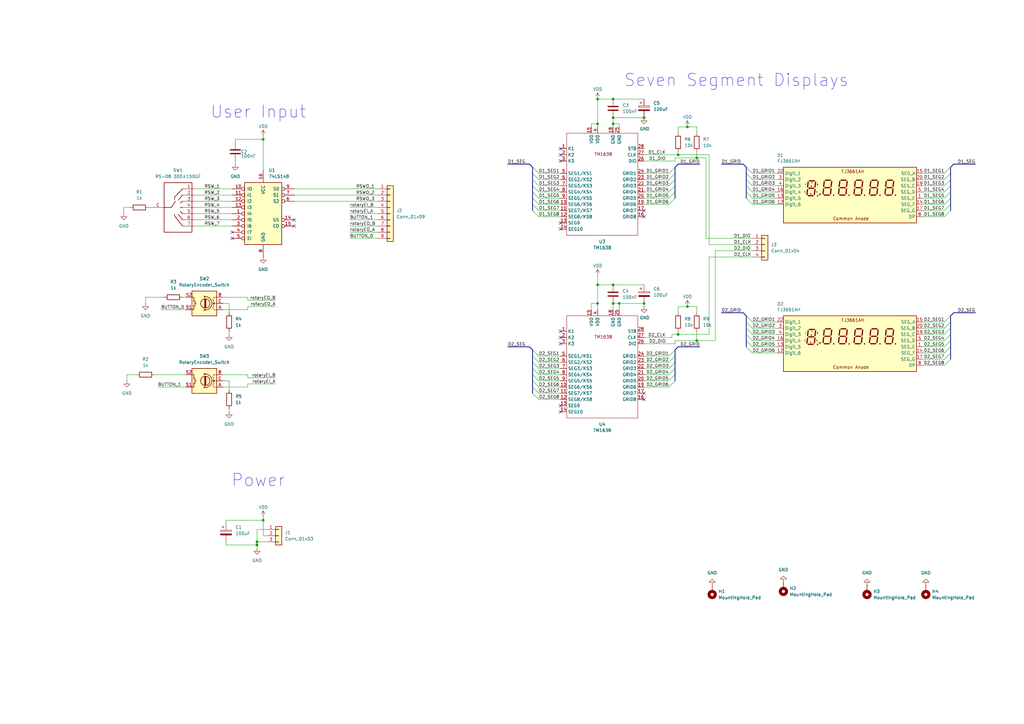
<source format=kicad_sch>
(kicad_sch (version 20231120) (generator "eeschema") (generator_version "8.0")
  (paper "A3")
  (title_block (title "Main Radio Panel") (date "2024-12-03") (rev "1") (company "Hunter Inc") (comment 1 "J. DUIGNAN"))
  (lib_symbols
    (symbol "74xx:74LS148" (pin_names (offset 1.016))
      (property "Reference" "U" (at -7.62 13.97 0))
      (property "Value" "74LS148" (at -7.62 -13.97 0))
      (symbol "74LS148_1_0"
        (pin input inverted (at -12.7 0 0) (length 5.08) (name "I4") (number "1"))
        (pin input inverted (at -12.7 10.16 0) (length 5.08) (name "IO") (number "10"))
        (pin input inverted (at -12.7 7.62 0) (length 5.08) (name "I1") (number "11"))
        (pin input inverted (at -12.7 5.08 0) (length 5.08) (name "I2") (number "12"))
        (pin input inverted (at -12.7 2.54 0) (length 5.08) (name "I3") (number "13"))
        (pin output inverted (at 12.7 -2.54 180) (length 5.08) (name "GS") (number "14"))
        (pin output inverted (at 12.7 -5.08 180) (length 5.08) (name "EO") (number "15"))
        (pin power_in line (at 0 17.78 270) (length 5.08) (name "VCC") (number "16"))
        (pin input inverted (at -12.7 -2.54 0) (length 5.08) (name "I5") (number "2"))
        (pin input inverted (at -12.7 -5.08 0) (length 5.08) (name "I6") (number "3"))
        (pin input inverted (at -12.7 -7.62 0) (length 5.08) (name "I7") (number "4"))
        (pin input inverted (at -12.7 -10.16 0) (length 5.08) (name "EI") (number "5"))
        (pin output inverted (at 12.7 5.08 180) (length 5.08) (name "S2") (number "6"))
        (pin output inverted (at 12.7 7.62 180) (length 5.08) (name "S1") (number "7"))
        (pin power_in line (at 0 -17.78 90) (length 5.08) (name "GND") (number "8"))
        (pin output inverted (at 12.7 10.16 180) (length 5.08) (name "S0") (number "9"))
      )
    )
    (symbol "Connector_Generic:Conn_01x03" (pin_names (offset 1.016) hide)
      (property "Reference" "J" (at 0 5.08 0))
      (property "Value" "Conn_01x03" (at 0 -5.08 0))
      (symbol "Conn_01x03_1_1"
        (pin passive line (at -5.08 2.54 0) (length 3.81) (name "Pin_1") (number "1"))
        (pin passive line (at -5.08 0 0) (length 3.81) (name "Pin_2") (number "2"))
        (pin passive line (at -5.08 -2.54 0) (length 3.81) (name "Pin_3") (number "3"))
      )
    )
    (symbol "Connector_Generic:Conn_01x04" (pin_names (offset 1.016) hide)
      (property "Reference" "J" (at 0 5.08 0))
      (property "Value" "Conn_01x04" (at 0 -7.62 0))
      (symbol "Conn_01x04_1_1"
        (pin passive line (at -5.08 2.54 0) (length 3.81) (name "Pin_1") (number "1"))
        (pin passive line (at -5.08 0 0) (length 3.81) (name "Pin_2") (number "2"))
        (pin passive line (at -5.08 -2.54 0) (length 3.81) (name "Pin_3") (number "3"))
        (pin passive line (at -5.08 -5.08 0) (length 3.81) (name "Pin_4") (number "4"))
      )
    )
    (symbol "Connector_Generic:Conn_01x09" (pin_names (offset 1.016) hide)
      (property "Reference" "J" (at 0 12.7 0))
      (property "Value" "Conn_01x09" (at 0 -12.7 0))
      (symbol "Conn_01x09_1_1"
        (pin passive line (at -5.08 10.16 0) (length 3.81) (name "Pin_1") (number "1"))
        (pin passive line (at -5.08 7.62 0) (length 3.81) (name "Pin_2") (number "2"))
        (pin passive line (at -5.08 5.08 0) (length 3.81) (name "Pin_3") (number "3"))
        (pin passive line (at -5.08 2.54 0) (length 3.81) (name "Pin_4") (number "4"))
        (pin passive line (at -5.08 0 0) (length 3.81) (name "Pin_5") (number "5"))
        (pin passive line (at -5.08 -2.54 0) (length 3.81) (name "Pin_6") (number "6"))
        (pin passive line (at -5.08 -5.08 0) (length 3.81) (name "Pin_7") (number "7"))
        (pin passive line (at -5.08 -7.62 0) (length 3.81) (name "Pin_8") (number "8"))
        (pin passive line (at -5.08 -10.16 0) (length 3.81) (name "Pin_9") (number "9"))
      )
    )
    (symbol "Device:C" (pin_numbers hide) (pin_names (offset 0.254))
      (property "Reference" "C" (at 0.635 2.54 0))
      (property "Value" "C" (at 0.635 -2.54 0))
      (symbol "C_1_1"
        (pin passive line (at 0 3.81 270) (length 2.794) (name "~") (number "1"))
        (pin passive line (at 0 -3.81 90) (length 2.794) (name "~") (number "2"))
      )
    )
    (symbol "Device:C_Polarized" (pin_numbers hide) (pin_names (offset 0.254))
      (property "Reference" "C" (at 0.635 2.54 0))
      (property "Value" "C_Polarized" (at 0.635 -2.54 0))
      (symbol "C_Polarized_1_1"
        (pin passive line (at 0 3.81 270) (length 2.794) (name "~") (number "1"))
        (pin passive line (at 0 -3.81 90) (length 2.794) (name "~") (number "2"))
      )
    )
    (symbol "Device:R" (pin_numbers hide) (pin_names (offset 0))
      (property "Reference" "R" (at 2.032 0 90))
      (property "Value" "R" (at 0 0 90))
      (symbol "R_1_1"
        (pin passive line (at 0 3.81 270) (length 1.27) (name "~") (number "1"))
        (pin passive line (at 0 -3.81 90) (length 1.27) (name "~") (number "2"))
      )
    )
    (symbol "Device:RotaryEncoder_Switch" (pin_names (offset 0.254) hide)
      (property "Reference" "SW" (at 0 6.604 0))
      (property "Value" "RotaryEncoder_Switch" (at 0 -6.604 0))
      (symbol "RotaryEncoder_Switch_1_1"
        (pin passive line (at -7.62 2.54 0) (length 2.54) (name "A") (number "A"))
        (pin passive line (at -7.62 -2.54 0) (length 2.54) (name "B") (number "B"))
        (pin passive line (at -7.62 0 0) (length 2.54) (name "C") (number "C"))
        (pin passive line (at 7.62 2.54 180) (length 2.54) (name "S1") (number "S1"))
        (pin passive line (at 7.62 -2.54 180) (length 2.54) (name "S2") (number "S2"))
      )
    )
    (symbol "FJ3661AH_1"
      (property "Reference" "D" (at 0 2.286 0))
      (property "Value" "FJ3661AH" (at 4.064 0 0))
      (symbol "FJ3661AH_1_1_0"
        (text "A" (at 11.684 -8.89 0) (effects (font (size 0.508 0.508))))
        (text "B" (at 13.97 -9.652 0) (effects (font (size 0.508 0.508))))
        (text "C" (at 13.716 -12.7 0) (effects (font (size 0.508 0.508))))
        (text "Common Anode" (at 27.686 -23.622 0) (effects (font (size 1.27 1.27))))
        (text "D" (at 11.176 -13.462 0) (effects (font (size 0.508 0.508))))
        (text "DP" (at 14.986 -13.716 0) (effects (font (size 0.508 0.508))))
        (text "E" (at 8.89 -12.7 0) (effects (font (size 0.508 0.508))))
        (text "F" (at 9.144 -9.652 0) (effects (font (size 0.508 0.508))))
        (text "FJ3661AH" (at 28.448 -4.318 0) (effects (font (size 1.27 1.27))))
        (text "G" (at 11.43 -10.414 0) (effects (font (size 0.508 0.508))))
      )
      (symbol "FJ3661AH_1_1_1"
        (pin input line (at 57.15 -15.24 180) (length 2.54) (name "SEG_E") (number "1"))
        (pin output line (at -2.54 -17.78 0) (length 2.54) (name "Digit_6") (number "12"))
        (pin output line (at -2.54 -15.24 0) (length 2.54) (name "Digit_5") (number "13"))
        (pin input line (at 57.15 -17.78 180) (length 2.54) (name "SEG_F") (number "14"))
        (pin input line (at 57.15 -5.08 180) (length 2.54) (name "SEG_A") (number "15"))
        (pin output line (at -2.54 -12.7 0) (length 2.54) (name "Digit_4") (number "16"))
        (pin input line (at 57.15 -20.32 180) (length 2.54) (name "SEG_G") (number "17"))
        (pin input line (at 57.15 -10.16 180) (length 2.54) (name "SEG_C") (number "19"))
        (pin input line (at 57.15 -7.62 180) (length 2.54) (name "SEG_B") (number "20"))
        (pin output line (at -2.54 -5.08 0) (length 2.54) (name "Digit_1") (number "22"))
        (pin output line (at -2.54 -7.62 0) (length 2.54) (name "Digit_2") (number "3"))
        (pin output line (at -2.54 -10.16 0) (length 2.54) (name "Digit_3") (number "4"))
        (pin input line (at 57.15 -12.7 180) (length 2.54) (name "SEG_D") (number "5"))
        (pin input line (at 57.15 -22.86 180) (length 2.54) (name "DP") (number "8"))
      )
    )
    (symbol "Mechanical:MountingHole_Pad" (pin_numbers hide) (pin_names (offset 1.016) hide) (exclude_from_sim yes) (in_bom no)
      (property "Reference" "H" (at 0 6.35 0))
      (property "Value" "MountingHole_Pad" (at 0 4.445 0))
      (symbol "MountingHole_Pad_1_1"
        (pin input line (at 0 -2.54 90) (length 2.54) (name "1") (number "1"))
      )
    )
    (symbol "Radio_Components:FJ3661AH"
      (property "Reference" "D" (at 0 2.286 0))
      (property "Value" "FJ3661AH" (at 4.064 0 0))
      (symbol "FJ3661AH_1_0"
        (text "A" (at 11.684 -8.89 0) (effects (font (size 0.508 0.508))))
        (text "B" (at 13.97 -9.652 0) (effects (font (size 0.508 0.508))))
        (text "C" (at 13.716 -12.7 0) (effects (font (size 0.508 0.508))))
        (text "Common Anode" (at 27.686 -23.622 0) (effects (font (size 1.27 1.27))))
        (text "D" (at 11.176 -13.462 0) (effects (font (size 0.508 0.508))))
        (text "DP" (at 14.986 -13.716 0) (effects (font (size 0.508 0.508))))
        (text "E" (at 8.89 -12.7 0) (effects (font (size 0.508 0.508))))
        (text "F" (at 9.144 -9.652 0) (effects (font (size 0.508 0.508))))
        (text "FJ3661AH" (at 28.448 -4.318 0) (effects (font (size 1.27 1.27))))
        (text "G" (at 11.43 -10.414 0) (effects (font (size 0.508 0.508))))
      )
      (symbol "FJ3661AH_1_1"
        (pin input line (at 57.15 -15.24 180) (length 2.54) (name "SEG_E") (number "1"))
        (pin output line (at -2.54 -17.78 0) (length 2.54) (name "Digit_6") (number "12"))
        (pin output line (at -2.54 -15.24 0) (length 2.54) (name "Digit_5") (number "13"))
        (pin input line (at 57.15 -17.78 180) (length 2.54) (name "SEG_F") (number "14"))
        (pin input line (at 57.15 -5.08 180) (length 2.54) (name "SEG_A") (number "15"))
        (pin output line (at -2.54 -12.7 0) (length 2.54) (name "Digit_4") (number "16"))
        (pin input line (at 57.15 -20.32 180) (length 2.54) (name "SEG_G") (number "17"))
        (pin input line (at 57.15 -10.16 180) (length 2.54) (name "SEG_C") (number "19"))
        (pin input line (at 57.15 -7.62 180) (length 2.54) (name "SEG_B") (number "20"))
        (pin output line (at -2.54 -5.08 0) (length 2.54) (name "Digit_1") (number "22"))
        (pin output line (at -2.54 -7.62 0) (length 2.54) (name "Digit_2") (number "3"))
        (pin output line (at -2.54 -10.16 0) (length 2.54) (name "Digit_3") (number "4"))
        (pin input line (at 57.15 -12.7 180) (length 2.54) (name "SEG_D") (number "5"))
        (pin input line (at 57.15 -22.86 180) (length 2.54) (name "DP") (number "8"))
      )
    )
    (symbol "Radio_Components:RS-08 300±150GF"
      (property "Reference" "SW?" (at -3.556 -12.192 0))
      (property "Value" "RS-08 300±150GF" (at 3.81 -14.478 0))
      (symbol "RS-08 300±150GF_0_0"
        (pin output line (at 7.62 7.62 180) (length 5.08) (name "1") (number "1"))
        (pin output line (at 7.62 5.08 180) (length 5.08) (name "2") (number "2"))
        (pin output line (at 7.62 2.54 180) (length 5.08) (name "3") (number "3"))
        (pin output line (at 7.62 0 180) (length 5.08) (name "4") (number "4"))
        (pin output line (at 7.62 -2.54 180) (length 5.08) (name "5") (number "5"))
        (pin output line (at 7.62 -5.08 180) (length 5.08) (name "6") (number "6"))
        (pin output line (at 7.62 -7.62 180) (length 5.08) (name "7") (number "7"))
        (pin power_in line (at -10.16 0 0) (length 5.08) (name "C") (number "C"))
      )
    )
    (symbol "Radio_Components:TM1638"
      (property "Reference" "U" (at 0 2.286 0))
      (property "Value" "TM1638" (at 3.048 0.254 0))
      (symbol "TM1638_0_0"
        (pin input line (at -1.27 -7.62 0) (length 2.54) (name "K1") (number "1"))
        (pin output line (at -1.27 -30.48 0) (length 2.54) (name "SEG6/KS6") (number "10"))
        (pin output line (at -1.27 -33.02 0) (length 2.54) (name "SEG7/KS7") (number "11"))
        (pin output line (at -1.27 -35.56 0) (length 2.54) (name "SEG8/KS8") (number "12"))
        (pin output line (at -1.27 -38.1 0) (length 2.54) (name "SEG9") (number "13"))
        (pin output line (at -1.27 -40.64 0) (length 2.54) (name "SEG10") (number "14"))
        (pin power_in line (at 11.43 1.27 270) (length 2.54) (name "VDD") (number "15"))
        (pin input line (at 33.02 -35.56 180) (length 2.54) (name "GRID8") (number "16"))
        (pin input line (at 33.02 -33.02 180) (length 2.54) (name "GRID7") (number "17"))
        (pin power_in line (at 20.32 1.27 270) (length 2.54) (name "GND") (number "18"))
        (pin input line (at 33.02 -30.48 180) (length 2.54) (name "GRID6") (number "19"))
        (pin input line (at -1.27 -10.16 0) (length 2.54) (name "K2") (number "2"))
        (pin input line (at 33.02 -27.94 180) (length 2.54) (name "GRID5") (number "20"))
        (pin input line (at 33.02 -25.4 180) (length 2.54) (name "GRID4") (number "21"))
        (pin input line (at 33.02 -22.86 180) (length 2.54) (name "GRID3") (number "22"))
        (pin input line (at 33.02 -20.32 180) (length 2.54) (name "GRID2") (number "23"))
        (pin input line (at 33.02 -17.78 180) (length 2.54) (name "GRID1") (number "24"))
        (pin input line (at 22.86 1.27 270) (length 2.54) (name "GND") (number "25"))
        (pin input line (at 33.02 -12.7 180) (length 2.54) (name "DIO") (number "26"))
        (pin input line (at 33.02 -10.16 180) (length 2.54) (name "CLK") (number "27"))
        (pin input line (at 33.02 -7.62 180) (length 2.54) (name "STB") (number "28"))
        (pin input line (at -1.27 -12.7 0) (length 2.54) (name "K3") (number "3"))
        (pin power_in line (at 13.97 1.27 270) (length 2.54) (name "VDD") (number "4"))
        (pin output line (at -1.27 -17.78 0) (length 2.54) (name "SEG1/KS1") (number "5"))
        (pin output line (at -1.27 -20.32 0) (length 2.54) (name "SEG2/KS2") (number "6"))
        (pin output line (at -1.27 -22.86 0) (length 2.54) (name "SEG3/KS3") (number "7"))
        (pin output line (at -1.27 -25.4 0) (length 2.54) (name "SEG4/KS4") (number "8"))
        (pin output line (at -1.27 -27.94 0) (length 2.54) (name "SEG5/KS5") (number "9"))
      )
      (symbol "TM1638_1_1"
        (text "TM1638" (at 16.256 -9.906 0) (effects (font (size 1.27 1.27))))
      )
    )
    (symbol "power:GND" (power) (pin_numbers hide) (pin_names (offset 0) hide)
      (property "Value" "GND" (at 0 -3.81 0))
      (symbol "GND_1_1"
        (pin power_in line (at 0 0 270) (length 0) (name "~") (number "1"))
      )
    )
    (symbol "power:VDD" (power) (pin_numbers hide) (pin_names (offset 0) hide)
      (property "Value" "VDD" (at 0 3.556 0))
      (symbol "VDD_1_1"
        (pin power_in line (at 0 0 90) (length 0) (name "~") (number "1"))
      )
    )
  )
  (junction (at 278.13 137.16))
  (junction (at 251.46 40.64))
  (junction (at 251.46 50.8))
  (junction (at 245.11 40.64))
  (junction (at 107.95 213.36))
  (junction (at 264.16 48.26))
  (junction (at 245.11 50.8))
  (junction (at 251.46 116.84))
  (junction (at 264.16 124.46))
  (junction (at 285.75 64.77))
  (junction (at 254 124.46))
  (junction (at 245.11 124.46))
  (junction (at 245.11 116.84))
  (junction (at 107.95 57.15))
  (junction (at 251.46 48.26))
  (junction (at 105.41 222.25))
  (junction (at 105.41 223.52))
  (junction (at 281.94 125.73))
  (junction (at 281.94 52.07))
  (junction (at 251.46 124.46))
  (junction (at 278.13 63.5))
  (junction (at 285.75 139.7))
  (no_connect (at 95.25 95.25))
  (no_connect (at 229.87 63.5))
  (no_connect (at 120.65 90.17))
  (no_connect (at 229.87 66.04))
  (no_connect (at 229.87 166.37))
  (no_connect (at 229.87 93.98))
  (no_connect (at 95.25 97.79))
  (no_connect (at 229.87 135.89))
  (no_connect (at 264.16 88.9))
  (no_connect (at 264.16 161.29))
  (no_connect (at 120.65 92.71))
  (no_connect (at 229.87 168.91))
  (no_connect (at 229.87 91.44))
  (no_connect (at 229.87 140.97))
  (no_connect (at 229.87 138.43))
  (no_connect (at 264.16 163.83))
  (no_connect (at 229.87 60.96))
  (no_connect (at 264.16 86.36))
  (bus_entry (at 274.32 73.66) (size 2.54 -2.54))
  (bus_entry (at 308.61 137.16) (size -2.54 -2.54))
  (bus_entry (at 220.98 158.75) (size -2.54 -2.54))
  (bus_entry (at 220.98 71.12) (size -2.54 -2.54))
  (bus_entry (at 387.35 83.82) (size 2.54 -2.54))
  (bus_entry (at 387.35 142.24) (size 2.54 -2.54))
  (bus_entry (at 387.35 139.7) (size 2.54 -2.54))
  (bus_entry (at 274.32 76.2) (size 2.54 -2.54))
  (bus_entry (at 220.98 163.83) (size -2.54 -2.54))
  (bus_entry (at 308.61 78.74) (size -2.54 -2.54))
  (bus_entry (at 308.61 73.66) (size -2.54 -2.54))
  (bus_entry (at 220.98 88.9) (size -2.54 -2.54))
  (bus_entry (at 308.61 142.24) (size -2.54 -2.54))
  (bus_entry (at 220.98 76.2) (size -2.54 -2.54))
  (bus_entry (at 387.35 86.36) (size 2.54 -2.54))
  (bus_entry (at 220.98 146.05) (size -2.54 -2.54))
  (bus_entry (at 387.35 71.12) (size 2.54 -2.54))
  (bus_entry (at 308.61 134.62) (size -2.54 -2.54))
  (bus_entry (at 308.61 83.82) (size -2.54 -2.54))
  (bus_entry (at 220.98 86.36) (size -2.54 -2.54))
  (bus_entry (at 274.32 146.05) (size 2.54 -2.54))
  (bus_entry (at 274.32 156.21) (size 2.54 -2.54))
  (bus_entry (at 220.98 153.67) (size -2.54 -2.54))
  (bus_entry (at 387.35 73.66) (size 2.54 -2.54))
  (bus_entry (at 387.35 137.16) (size 2.54 -2.54))
  (bus_entry (at 220.98 81.28) (size -2.54 -2.54))
  (bus_entry (at 387.35 88.9) (size 2.54 -2.54))
  (bus_entry (at 387.35 78.74) (size 2.54 -2.54))
  (bus_entry (at 274.32 83.82) (size 2.54 -2.54))
  (bus_entry (at 220.98 73.66) (size -2.54 -2.54))
  (bus_entry (at 387.35 76.2) (size 2.54 -2.54))
  (bus_entry (at 274.32 151.13) (size 2.54 -2.54))
  (bus_entry (at 274.32 148.59) (size 2.54 -2.54))
  (bus_entry (at 387.35 144.78) (size 2.54 -2.54))
  (bus_entry (at 387.35 147.32) (size 2.54 -2.54))
  (bus_entry (at 387.35 132.08) (size 2.54 -2.54))
  (bus_entry (at 220.98 161.29) (size -2.54 -2.54))
  (bus_entry (at 220.98 151.13) (size -2.54 -2.54))
  (bus_entry (at 387.35 81.28) (size 2.54 -2.54))
  (bus_entry (at 308.61 71.12) (size -2.54 -2.54))
  (bus_entry (at 274.32 71.12) (size 2.54 -2.54))
  (bus_entry (at 308.61 139.7) (size -2.54 -2.54))
  (bus_entry (at 274.32 153.67) (size 2.54 -2.54))
  (bus_entry (at 387.35 149.86) (size 2.54 -2.54))
  (bus_entry (at 308.61 81.28) (size -2.54 -2.54))
  (bus_entry (at 274.32 158.75) (size 2.54 -2.54))
  (bus_entry (at 220.98 148.59) (size -2.54 -2.54))
  (bus_entry (at 274.32 81.28) (size 2.54 -2.54))
  (bus_entry (at 308.61 76.2) (size -2.54 -2.54))
  (bus_entry (at 220.98 78.74) (size -2.54 -2.54))
  (bus_entry (at 220.98 83.82) (size -2.54 -2.54))
  (bus_entry (at 308.61 132.08) (size -2.54 -2.54))
  (bus_entry (at 274.32 78.74) (size 2.54 -2.54))
  (bus_entry (at 387.35 134.62) (size 2.54 -2.54))
  (bus_entry (at 308.61 144.78) (size -2.54 -2.54))
  (bus_entry (at 220.98 156.21) (size -2.54 -2.54))
  (wire (pts (xy 80.01 90.17) (xy 95.25 90.17)))
  (wire (pts (xy 318.77 73.66) (xy 308.61 73.66)))
  (wire (pts (xy 220.98 86.36) (xy 229.87 86.36)))
  (wire (pts (xy 107.95 57.15) (xy 107.95 69.85)))
  (wire (pts (xy 290.83 100.33) (xy 308.61 100.33)))
  (bus (pts (xy 389.89 73.66) (xy 389.89 76.2)))
  (wire (pts (xy 281.94 52.07) (xy 278.13 52.07)))
  (bus (pts (xy 306.07 129.54) (xy 304.8 128.27)))
  (bus (pts (xy 276.86 146.05) (xy 276.86 148.59)))
  (wire (pts (xy 220.98 158.75) (xy 229.87 158.75)))
  (wire (pts (xy 289.56 64.77) (xy 289.56 97.79)))
  (wire (pts (xy 220.98 156.21) (xy 229.87 156.21)))
  (wire (pts (xy 242.57 124.46) (xy 245.11 124.46)))
  (bus (pts (xy 218.44 73.66) (xy 218.44 76.2)))
  (wire (pts (xy 281.94 125.73) (xy 278.13 125.73)))
  (wire (pts (xy 109.22 217.17) (xy 105.41 217.17)))
  (wire (pts (xy 101.6 123.19) (xy 113.03 123.19)))
  (wire (pts (xy 387.35 134.62) (xy 378.46 134.62)))
  (wire (pts (xy 276.86 139.7) (xy 285.75 139.7)))
  (wire (pts (xy 63.5 153.67) (xy 76.2 153.67)))
  (bus (pts (xy 276.86 143.51) (xy 278.13 142.24)))
  (wire (pts (xy 278.13 135.89) (xy 278.13 137.16)))
  (wire (pts (xy 120.65 77.47) (xy 154.94 77.47)))
  (bus (pts (xy 218.44 78.74) (xy 218.44 81.28)))
  (bus (pts (xy 306.07 78.74) (xy 306.07 81.28)))
  (bus (pts (xy 276.86 68.58) (xy 278.13 67.31)))
  (bus (pts (xy 389.89 81.28) (xy 389.89 83.82)))
  (wire (pts (xy 293.37 139.7) (xy 293.37 102.87)))
  (wire (pts (xy 105.41 222.25) (xy 109.22 222.25)))
  (bus (pts (xy 389.89 139.7) (xy 389.89 142.24)))
  (wire (pts (xy 105.41 217.17) (xy 105.41 222.25)))
  (wire (pts (xy 107.95 213.36) (xy 107.95 219.71)))
  (bus (pts (xy 278.13 67.31) (xy 287.02 67.31)))
  (wire (pts (xy 220.98 88.9) (xy 229.87 88.9)))
  (wire (pts (xy 264.16 148.59) (xy 274.32 148.59)))
  (wire (pts (xy 220.98 71.12) (xy 229.87 71.12)))
  (bus (pts (xy 304.8 128.27) (xy 295.91 128.27)))
  (bus (pts (xy 276.86 151.13) (xy 276.86 153.67)))
  (wire (pts (xy 120.65 80.01) (xy 154.94 80.01)))
  (wire (pts (xy 318.77 76.2) (xy 308.61 76.2)))
  (wire (pts (xy 264.16 71.12) (xy 274.32 71.12)))
  (wire (pts (xy 143.51 90.17) (xy 154.94 90.17)))
  (wire (pts (xy 264.16 83.82) (xy 274.32 83.82)))
  (wire (pts (xy 318.77 81.28) (xy 308.61 81.28)))
  (wire (pts (xy 264.16 151.13) (xy 274.32 151.13)))
  (wire (pts (xy 101.6 121.92) (xy 101.6 123.19)))
  (wire (pts (xy 387.35 149.86) (xy 378.46 149.86)))
  (wire (pts (xy 92.71 214.63) (xy 92.71 213.36)))
  (wire (pts (xy 285.75 54.61) (xy 285.75 52.07)))
  (wire (pts (xy 52.07 153.67) (xy 55.88 153.67)))
  (wire (pts (xy 93.98 135.89) (xy 93.98 137.16)))
  (wire (pts (xy 318.77 83.82) (xy 308.61 83.82)))
  (bus (pts (xy 389.89 76.2) (xy 389.89 78.74)))
  (bus (pts (xy 208.28 142.24) (xy 217.17 142.24)))
  (wire (pts (xy 387.35 78.74) (xy 378.46 78.74)))
  (bus (pts (xy 306.07 68.58) (xy 304.8 67.31)))
  (wire (pts (xy 251.46 48.26) (xy 264.16 48.26)))
  (bus (pts (xy 306.07 71.12) (xy 306.07 73.66)))
  (wire (pts (xy 143.51 87.63) (xy 154.94 87.63)))
  (wire (pts (xy 318.77 142.24) (xy 308.61 142.24)))
  (wire (pts (xy 50.8 85.09) (xy 53.34 85.09)))
  (wire (pts (xy 242.57 127) (xy 242.57 124.46)))
  (wire (pts (xy 387.35 88.9) (xy 378.46 88.9)))
  (bus (pts (xy 389.89 71.12) (xy 389.89 73.66)))
  (bus (pts (xy 306.07 137.16) (xy 306.07 139.7)))
  (bus (pts (xy 218.44 68.58) (xy 217.17 67.31)))
  (bus (pts (xy 218.44 148.59) (xy 218.44 151.13)))
  (wire (pts (xy 264.16 140.97) (xy 276.86 140.97)))
  (wire (pts (xy 59.69 121.92) (xy 67.31 121.92)))
  (wire (pts (xy 101.6 125.73) (xy 113.03 125.73)))
  (wire (pts (xy 387.35 83.82) (xy 378.46 83.82)))
  (wire (pts (xy 220.98 81.28) (xy 229.87 81.28)))
  (wire (pts (xy 91.44 121.92) (xy 101.6 121.92)))
  (wire (pts (xy 91.44 158.75) (xy 101.6 158.75)))
  (bus (pts (xy 400.05 67.31) (xy 391.16 67.31)))
  (wire (pts (xy 92.71 223.52) (xy 105.41 223.52)))
  (wire (pts (xy 93.98 124.46) (xy 93.98 128.27)))
  (wire (pts (xy 285.75 139.7) (xy 293.37 139.7)))
  (wire (pts (xy 109.22 219.71) (xy 107.95 219.71)))
  (wire (pts (xy 220.98 78.74) (xy 229.87 78.74)))
  (wire (pts (xy 251.46 48.26) (xy 251.46 50.8)))
  (wire (pts (xy 387.35 81.28) (xy 378.46 81.28)))
  (wire (pts (xy 264.16 73.66) (xy 274.32 73.66)))
  (bus (pts (xy 389.89 68.58) (xy 391.16 67.31)))
  (wire (pts (xy 245.11 124.46) (xy 245.11 127)))
  (wire (pts (xy 92.71 223.52) (xy 92.71 222.25)))
  (wire (pts (xy 276.86 66.04) (xy 276.86 64.77)))
  (wire (pts (xy 318.77 78.74) (xy 308.61 78.74)))
  (wire (pts (xy 120.65 82.55) (xy 154.94 82.55)))
  (bus (pts (xy 276.86 68.58) (xy 276.86 71.12)))
  (wire (pts (xy 264.16 138.43) (xy 275.59 138.43)))
  (wire (pts (xy 80.01 82.55) (xy 95.25 82.55)))
  (bus (pts (xy 389.89 134.62) (xy 389.89 137.16)))
  (wire (pts (xy 74.93 121.92) (xy 76.2 121.92)))
  (bus (pts (xy 218.44 156.21) (xy 218.44 158.75)))
  (wire (pts (xy 101.6 127) (xy 101.6 125.73)))
  (bus (pts (xy 389.89 68.58) (xy 389.89 71.12)))
  (wire (pts (xy 387.35 71.12) (xy 378.46 71.12)))
  (wire (pts (xy 254 52.07) (xy 254 50.8)))
  (wire (pts (xy 278.13 62.23) (xy 278.13 63.5)))
  (wire (pts (xy 285.75 62.23) (xy 285.75 64.77)))
  (bus (pts (xy 218.44 146.05) (xy 218.44 148.59)))
  (wire (pts (xy 91.44 156.21) (xy 93.98 156.21)))
  (wire (pts (xy 278.13 63.5) (xy 290.83 63.5)))
  (wire (pts (xy 264.16 125.73) (xy 264.16 124.46)))
  (wire (pts (xy 264.16 66.04) (xy 276.86 66.04)))
  (wire (pts (xy 80.01 87.63) (xy 95.25 87.63)))
  (wire (pts (xy 387.35 76.2) (xy 378.46 76.2)))
  (bus (pts (xy 218.44 83.82) (xy 218.44 86.36)))
  (wire (pts (xy 387.35 147.32) (xy 378.46 147.32)))
  (wire (pts (xy 251.46 124.46) (xy 251.46 127)))
  (bus (pts (xy 306.07 129.54) (xy 306.07 132.08)))
  (bus (pts (xy 306.07 68.58) (xy 306.07 71.12)))
  (bus (pts (xy 306.07 132.08) (xy 306.07 134.62)))
  (wire (pts (xy 50.8 87.63) (xy 50.8 85.09)))
  (wire (pts (xy 220.98 153.67) (xy 229.87 153.67)))
  (wire (pts (xy 91.44 124.46) (xy 93.98 124.46)))
  (wire (pts (xy 101.6 157.48) (xy 113.03 157.48)))
  (bus (pts (xy 218.44 158.75) (xy 218.44 161.29)))
  (wire (pts (xy 91.44 127) (xy 101.6 127)))
  (wire (pts (xy 251.46 116.84) (xy 264.16 116.84)))
  (bus (pts (xy 218.44 81.28) (xy 218.44 83.82)))
  (bus (pts (xy 306.07 73.66) (xy 306.07 76.2)))
  (bus (pts (xy 218.44 151.13) (xy 218.44 153.67)))
  (wire (pts (xy 254 127) (xy 254 124.46)))
  (bus (pts (xy 389.89 83.82) (xy 389.89 86.36)))
  (wire (pts (xy 220.98 148.59) (xy 229.87 148.59)))
  (wire (pts (xy 143.51 95.25) (xy 154.94 95.25)))
  (bus (pts (xy 218.44 68.58) (xy 218.44 71.12)))
  (wire (pts (xy 245.11 40.64) (xy 245.11 50.8)))
  (wire (pts (xy 105.41 223.52) (xy 105.41 222.25)))
  (wire (pts (xy 101.6 154.94) (xy 113.03 154.94)))
  (wire (pts (xy 80.01 80.01) (xy 95.25 80.01)))
  (wire (pts (xy 96.52 66.04) (xy 96.52 67.31)))
  (bus (pts (xy 208.28 67.31) (xy 217.17 67.31)))
  (wire (pts (xy 387.35 73.66) (xy 378.46 73.66)))
  (wire (pts (xy 96.52 58.42) (xy 96.52 57.15)))
  (wire (pts (xy 91.44 153.67) (xy 101.6 153.67)))
  (wire (pts (xy 264.16 78.74) (xy 274.32 78.74)))
  (wire (pts (xy 290.83 100.33) (xy 290.83 63.5)))
  (wire (pts (xy 278.13 137.16) (xy 290.83 137.16)))
  (wire (pts (xy 264.16 153.67) (xy 274.32 153.67)))
  (wire (pts (xy 66.04 127) (xy 76.2 127)))
  (wire (pts (xy 254 124.46) (xy 264.16 124.46)))
  (wire (pts (xy 96.52 57.15) (xy 107.95 57.15)))
  (bus (pts (xy 276.86 153.67) (xy 276.86 156.21)))
  (wire (pts (xy 52.07 156.21) (xy 52.07 153.67)))
  (wire (pts (xy 387.35 142.24) (xy 378.46 142.24)))
  (wire (pts (xy 220.98 163.83) (xy 229.87 163.83)))
  (wire (pts (xy 275.59 138.43) (xy 275.59 137.16)))
  (bus (pts (xy 218.44 153.67) (xy 218.44 156.21)))
  (wire (pts (xy 285.75 64.77) (xy 289.56 64.77)))
  (wire (pts (xy 245.11 50.8) (xy 245.11 52.07)))
  (bus (pts (xy 278.13 142.24) (xy 287.02 142.24)))
  (wire (pts (xy 220.98 146.05) (xy 229.87 146.05)))
  (wire (pts (xy 318.77 137.16) (xy 308.61 137.16)))
  (wire (pts (xy 80.01 85.09) (xy 95.25 85.09)))
  (wire (pts (xy 264.16 158.75) (xy 274.32 158.75)))
  (bus (pts (xy 218.44 71.12) (xy 218.44 73.66)))
  (wire (pts (xy 318.77 132.08) (xy 308.61 132.08)))
  (wire (pts (xy 387.35 137.16) (xy 378.46 137.16)))
  (bus (pts (xy 276.86 73.66) (xy 276.86 76.2)))
  (wire (pts (xy 278.13 52.07) (xy 278.13 54.61)))
  (bus (pts (xy 276.86 71.12) (xy 276.86 73.66)))
  (wire (pts (xy 264.16 63.5) (xy 278.13 63.5)))
  (wire (pts (xy 278.13 125.73) (xy 278.13 128.27)))
  (wire (pts (xy 93.98 167.64) (xy 93.98 168.91)))
  (wire (pts (xy 318.77 71.12) (xy 308.61 71.12)))
  (wire (pts (xy 101.6 158.75) (xy 101.6 157.48)))
  (bus (pts (xy 276.86 76.2) (xy 276.86 78.74)))
  (bus (pts (xy 400.05 128.27) (xy 391.16 128.27)))
  (wire (pts (xy 264.16 76.2) (xy 274.32 76.2)))
  (wire (pts (xy 92.71 213.36) (xy 107.95 213.36)))
  (wire (pts (xy 285.75 125.73) (xy 281.94 125.73)))
  (wire (pts (xy 64.77 158.75) (xy 76.2 158.75)))
  (wire (pts (xy 276.86 140.97) (xy 276.86 139.7)))
  (wire (pts (xy 276.86 64.77) (xy 285.75 64.77)))
  (bus (pts (xy 306.07 76.2) (xy 306.07 78.74)))
  (wire (pts (xy 220.98 73.66) (xy 229.87 73.66)))
  (bus (pts (xy 389.89 144.78) (xy 389.89 147.32)))
  (wire (pts (xy 290.83 105.41) (xy 308.61 105.41)))
  (wire (pts (xy 264.16 156.21) (xy 274.32 156.21)))
  (wire (pts (xy 285.75 128.27) (xy 285.75 125.73)))
  (wire (pts (xy 285.75 135.89) (xy 285.75 139.7)))
  (wire (pts (xy 264.16 146.05) (xy 274.32 146.05)))
  (bus (pts (xy 389.89 129.54) (xy 391.16 128.27)))
  (wire (pts (xy 318.77 144.78) (xy 308.61 144.78)))
  (wire (pts (xy 251.46 116.84) (xy 245.11 116.84)))
  (wire (pts (xy 387.35 144.78) (xy 378.46 144.78)))
  (bus (pts (xy 304.8 67.31) (xy 295.91 67.31)))
  (wire (pts (xy 251.46 40.64) (xy 264.16 40.64)))
  (wire (pts (xy 318.77 134.62) (xy 308.61 134.62)))
  (wire (pts (xy 289.56 97.79) (xy 308.61 97.79)))
  (wire (pts (xy 387.35 86.36) (xy 378.46 86.36)))
  (wire (pts (xy 251.46 50.8) (xy 251.46 52.07)))
  (bus (pts (xy 276.86 78.74) (xy 276.86 81.28)))
  (wire (pts (xy 107.95 55.88) (xy 107.95 57.15)))
  (bus (pts (xy 389.89 129.54) (xy 389.89 132.08)))
  (wire (pts (xy 245.11 113.03) (xy 245.11 116.84)))
  (wire (pts (xy 251.46 40.64) (xy 245.11 40.64)))
  (bus (pts (xy 306.07 134.62) (xy 306.07 137.16)))
  (wire (pts (xy 60.96 85.09) (xy 62.23 85.09)))
  (wire (pts (xy 285.75 52.07) (xy 281.94 52.07)))
  (wire (pts (xy 242.57 50.8) (xy 245.11 50.8)))
  (wire (pts (xy 80.01 77.47) (xy 95.25 77.47)))
  (wire (pts (xy 80.01 92.71) (xy 95.25 92.71)))
  (wire (pts (xy 264.16 81.28) (xy 274.32 81.28)))
  (wire (pts (xy 220.98 76.2) (xy 229.87 76.2)))
  (bus (pts (xy 218.44 143.51) (xy 217.17 142.24)))
  (wire (pts (xy 93.98 156.21) (xy 93.98 160.02)))
  (bus (pts (xy 276.86 143.51) (xy 276.86 146.05)))
  (wire (pts (xy 59.69 124.46) (xy 59.69 121.92)))
  (wire (pts (xy 275.59 137.16) (xy 278.13 137.16)))
  (wire (pts (xy 143.51 85.09) (xy 154.94 85.09)))
  (wire (pts (xy 105.41 223.52) (xy 105.41 224.79)))
  (wire (pts (xy 220.98 83.82) (xy 229.87 83.82)))
  (wire (pts (xy 290.83 137.16) (xy 290.83 105.41)))
  (wire (pts (xy 251.46 124.46) (xy 254 124.46)))
  (bus (pts (xy 276.86 148.59) (xy 276.86 151.13)))
  (wire (pts (xy 293.37 102.87) (xy 308.61 102.87)))
  (wire (pts (xy 318.77 139.7) (xy 308.61 139.7)))
  (bus (pts (xy 218.44 76.2) (xy 218.44 78.74)))
  (wire (pts (xy 107.95 212.09) (xy 107.95 213.36)))
  (wire (pts (xy 242.57 52.07) (xy 242.57 50.8)))
  (bus (pts (xy 389.89 137.16) (xy 389.89 139.7)))
  (wire (pts (xy 143.51 92.71) (xy 154.94 92.71)))
  (bus (pts (xy 389.89 132.08) (xy 389.89 134.62)))
  (wire (pts (xy 387.35 139.7) (xy 378.46 139.7)))
  (wire (pts (xy 245.11 116.84) (xy 245.11 124.46)))
  (bus (pts (xy 389.89 78.74) (xy 389.89 81.28)))
  (wire (pts (xy 254 50.8) (xy 251.46 50.8)))
  (wire (pts (xy 387.35 132.08) (xy 378.46 132.08)))
  (wire (pts (xy 220.98 151.13) (xy 229.87 151.13)))
  (wire (pts (xy 143.51 97.79) (xy 154.94 97.79)))
  (wire (pts (xy 101.6 153.67) (xy 101.6 154.94)))
  (bus (pts (xy 306.07 139.7) (xy 306.07 142.24)))
  (bus (pts (xy 389.89 142.24) (xy 389.89 144.78)))
  (wire (pts (xy 220.98 161.29) (xy 229.87 161.29)))
  (bus (pts (xy 218.44 143.51) (xy 218.44 146.05)))
  (text "Power" (at 105.918 197.104 0) (effects (font (size 5 5))))
  (text "User Input" (at 105.918 45.974 0) (effects (font (size 5 5))))
  (text "Seven Segment Displays" (at 302.006 33.02 0) (effects (font (size 5 5))))
  (label "rotaryEO_B" (at 143.51 92.71 0))
  (label "D1_GRID2" (at 308.61 73.66 0))
  (label "D1_GRID4" (at 274.32 78.74 180))
  (label "D1_SEG4" (at 387.35 78.74 180))
  (label "D2_GRID2" (at 274.32 148.59 180))
  (label "BUTTON_1" (at 143.51 90.17 0))
  (label "RSW_3" (at 83.82 82.55 0))
  (label "D2_SEG5" (at 220.98 156.21 0))
  (label "D2_GRID6" (at 308.61 144.78 0))
  (label "D1_SEG5" (at 220.98 81.28 0))
  (label "rotaryEI_A" (at 113.03 157.48 180))
  (label "D1_GRID5" (at 274.32 81.28 180))
  (label "RSW_6" (at 83.82 90.17 0))
  (label "D2_GRID3" (at 308.61 137.16 0))
  (label "rotaryEO_B" (at 113.03 123.19 180))
  (label "D2_CLK" (at 273.05 138.43 180))
  (label "D1_SEG3" (at 220.98 76.2 0))
  (label "D2_SEG7" (at 387.35 147.32 180))
  (label "D1_SEG6" (at 387.35 83.82 180))
  (label "D2_SEG1" (at 387.35 132.08 180))
  (label "D2_CLK" (at 300.99 105.41 0))
  (label "D2_SEG2" (at 220.98 148.59 0))
  (label "D2_DIO" (at 273.05 140.97 180))
  (label "D2_GRID5" (at 308.61 142.24 0))
  (label "D1_GRID3" (at 274.32 76.2 180))
  (label "rotaryEI_A" (at 143.51 87.63 0))
  (label "D2_SEG" (at 400.05 128.27 180))
  (label "RSWO_1" (at 153.67 77.47 180))
  (label "D2_GRID3" (at 274.32 151.13 180))
  (label "D2_DIO" (at 300.99 102.87 0))
  (label "D1_SEG2" (at 220.98 73.66 0))
  (label "D1_SEG" (at 400.05 67.31 180))
  (label "D2_SEG8" (at 220.98 163.83 0))
  (label "D1_GRID1" (at 274.32 71.12 180))
  (label "RSW_1" (at 83.82 77.47 0))
  (label "D1_GRID4" (at 308.61 78.74 0))
  (label "D1_SEG7" (at 220.98 86.36 0))
  (label "D1_SEG2" (at 387.35 73.66 180))
  (label "rotaryEO_A" (at 143.51 95.25 0))
  (label "D1_SEG7" (at 387.35 86.36 180))
  (label "RSW_2" (at 83.82 80.01 0))
  (label "rotaryEI_B" (at 143.51 85.09 0))
  (label "D2_SEG3" (at 220.98 151.13 0))
  (label "D1_SEG5" (at 387.35 81.28 180))
  (label "D2_GRID4" (at 274.32 153.67 180))
  (label "D1_DIO" (at 273.05 66.04 180))
  (label "D2_SEG4" (at 220.98 153.67 0))
  (label "D2_SEG6" (at 220.98 158.75 0))
  (label "D1_SEG8" (at 220.98 88.9 0))
  (label "D1_SEG6" (at 220.98 83.82 0))
  (label "D1_GRID" (at 295.91 67.31 0))
  (label "D2_GRID2" (at 308.61 134.62 0))
  (label "BUTTON_0" (at 66.04 127 0))
  (label "D2_SEG" (at 208.28 142.24 0))
  (label "D1_DIO" (at 300.99 97.79 0))
  (label "D2_GRID1" (at 274.32 146.05 180))
  (label "D2_SEG2" (at 387.35 134.62 180))
  (label "D1_SEG8" (at 387.35 88.9 180))
  (label "BUTTON_0" (at 143.51 97.79 0))
  (label "RSW_4" (at 83.82 85.09 0))
  (label "D1_GRID" (at 287.02 67.31 180))
  (label "D2_GRID" (at 287.02 142.24 180))
  (label "rotaryEO_A" (at 113.03 125.73 180))
  (label "RSWO_2" (at 153.67 80.01 180))
  (label "D2_GRID5" (at 274.32 156.21 180))
  (label "D2_SEG5" (at 387.35 142.24 180))
  (label "D1_SEG" (at 208.28 67.31 0))
  (label "D2_GRID" (at 295.91 128.27 0))
  (label "D1_CLK" (at 273.05 63.5 180))
  (label "D1_GRID5" (at 308.61 81.28 0))
  (label "D1_CLK" (at 300.99 100.33 0))
  (label "D1_GRID6" (at 308.61 83.82 0))
  (label "D2_SEG3" (at 387.35 137.16 180))
  (label "D1_SEG4" (at 220.98 78.74 0))
  (label "D1_GRID2" (at 274.32 73.66 180))
  (label "D1_GRID1" (at 308.61 71.12 0))
  (label "D1_SEG3" (at 387.35 76.2 180))
  (label "D2_SEG1" (at 220.98 146.05 0))
  (label "RSW_7" (at 83.82 92.71 0))
  (label "D1_SEG1" (at 387.35 71.12 180))
  (label "D2_SEG7" (at 220.98 161.29 0))
  (label "rotaryEI_B" (at 113.03 154.94 180))
  (label "D2_SEG4" (at 387.35 139.7 180))
  (label "D2_GRID6" (at 274.32 158.75 180))
  (label "D1_GRID6" (at 274.32 83.82 180))
  (label "D2_SEG6" (at 387.35 144.78 180))
  (label "D2_GRID1" (at 308.61 132.08 0))
  (label "D2_SEG8" (at 387.35 149.86 180))
  (label "D1_GRID3" (at 308.61 76.2 0))
  (label "BUTTON_1" (at 64.77 158.75 0))
  (label "D2_GRID4" (at 308.61 139.7 0))
  (label "RSW_5" (at 83.82 87.63 0))
  (label "RSWO_3" (at 153.67 82.55 180))
  (label "D1_SEG1" (at 220.98 71.12 0))
  (symbol (lib_id "Device:C") (at 251.46 44.45 0) (unit 1)
    (property "Reference" "C3" (at 255.27 43.1799 0) (effects (justify left)))
    (property "Value" "100nF" (at 255.27 45.7199 0) (effects (justify left)))
    (property "Footprint" "Capacitor_THT:C_Disc_D5.0mm_W2.5mm_P2.50mm" (effects (hide yes)))
    (property "Description" "Unpolarized capacitor" (effects (hide yes)))
  )
  (symbol (lib_id "Device:R") (at 278.13 132.08 180) (unit 1)
    (property "Reference" "R8" (at 280.67 130.8099 0) (effects (justify right)))
    (property "Value" "10k" (at 280.67 133.3499 0) (effects (justify right)))
    (property "Footprint" "Resistor_THT:R_Axial_DIN0207_L6.3mm_D2.5mm_P10.16mm_Horizontal" (effects (hide yes)))
    (property "Description" "Resistor" (effects (hide yes)))
  )
  (symbol (lib_id "power:GND") (at 93.98 168.91 0) (unit 1)
    (property "Reference" "#PWR05" (effects (hide yes)))
    (property "Value" "GND" (at 93.98 173.99 0))
    (property "Description" "Power symbol creates a global label with name \"GND\" , ground" (effects (hide yes)))
  )
  (symbol (lib_id "Device:R") (at 93.98 132.08 180) (unit 1)
    (property "Reference" "R4" (at 96.52 130.8099 0) (effects (justify right)))
    (property "Value" "1k" (at 96.52 133.3499 0) (effects (justify right)))
    (property "Footprint" "Resistor_THT:R_Axial_DIN0207_L6.3mm_D2.5mm_P10.16mm_Horizontal" (effects (hide yes)))
    (property "Description" "Resistor" (effects (hide yes)))
  )
  (symbol (lib_id "power:GND") (at 59.69 124.46 0) (unit 1)
    (property "Reference" "#PWR03" (effects (hide yes)))
    (property "Value" "GND" (at 59.69 129.54 0))
    (property "Description" "Power symbol creates a global label with name \"GND\" , ground" (effects (hide yes)))
  )
  (symbol (lib_name "FJ3661AH_1") (lib_id "Radio_Components:FJ3661AH") (at 321.31 127 0) (unit 1)
    (property "Reference" "D2" (at 320.04 124.714 0))
    (property "Value" "FJ3661AH" (at 323.596 127 0))
    (property "Footprint" "radio_footprints:FJ3661AH-DIP22" (effects (hide yes)))
    (property "Datasheet" "https://www.lcsc.com/datasheet/lcsc_datasheet_2010161203_Shenzhen-Zhihao-Elec-FJ3661AH_C47471.pdf" (effects (hide yes)))
    (property "Description" "6 Digit Seven Segment Display" (effects (hide yes)))
  )
  (symbol (lib_id "power:GND") (at 264.16 125.73 0) (unit 1)
    (property "Reference" "#PWR014" (effects (hide yes)))
    (property "Value" "GND" (at 264.414 130.302 0))
    (property "Description" "Power symbol creates a global label with name \"GND\" , ground" (effects (hide yes)))
  )
  (symbol (lib_id "Mechanical:MountingHole_Pad") (at 292.1 242.57 180) (unit 1) (exclude_from_sim yes) (in_bom no)
    (property "Reference" "H1" (at 294.64 242.5699 0) (effects (justify right)))
    (property "Value" "MountingHole_Pad" (at 294.64 245.1099 0) (effects (justify right)))
    (property "Footprint" "MountingHole:MountingHole_2.7mm_M2.5_Pad" (effects (hide yes)))
    (property "Description" "Mounting Hole with connection" (effects (hide yes)))
  )
  (symbol (lib_id "power:GND") (at 93.98 137.16 0) (unit 1)
    (property "Reference" "#PWR04" (effects (hide yes)))
    (property "Value" "GND" (at 93.98 142.24 0))
    (property "Description" "Power symbol creates a global label with name \"GND\" , ground" (effects (hide yes)))
  )
  (symbol (lib_id "Device:R") (at 285.75 58.42 180) (unit 1)
    (property "Reference" "R7" (at 288.29 57.1499 0) (effects (justify right)))
    (property "Value" "10k" (at 288.29 59.6899 0) (effects (justify right)))
    (property "Footprint" "Resistor_THT:R_Axial_DIN0207_L6.3mm_D2.5mm_P10.16mm_Horizontal" (effects (hide yes)))
    (property "Description" "Resistor" (effects (hide yes)))
  )
  (symbol (lib_id "power:GND") (at 105.41 224.79 0) (unit 1)
    (property "Reference" "#PWR07" (effects (hide yes)))
    (property "Value" "GND" (at 105.41 229.87 0))
    (property "Description" "Power symbol creates a global label with name \"GND\" , ground" (effects (hide yes)))
  )
  (symbol (lib_id "Device:C_Polarized") (at 92.71 218.44 0) (unit 1)
    (property "Reference" "C1" (at 96.52 216.2809 0) (effects (justify left)))
    (property "Value" "100uF" (at 96.52 218.8209 0) (effects (justify left)))
    (property "Footprint" "Capacitor_THT:CP_Radial_D4.0mm_P2.00mm" (effects (hide yes)))
    (property "Description" "Polarized capacitor" (effects (hide yes)))
  )
  (symbol (lib_id "power:GND") (at 96.52 67.31 0) (unit 1)
    (property "Reference" "#PWR06" (effects (hide yes)))
    (property "Value" "GND" (at 96.52 72.39 0))
    (property "Description" "Power symbol creates a global label with name \"GND\" , ground" (effects (hide yes)))
  )
  (symbol (lib_id "Device:R") (at 59.69 153.67 90) (unit 1)
    (property "Reference" "R2" (at 59.69 147.32 90))
    (property "Value" "1k" (at 59.69 149.86 90))
    (property "Footprint" "Resistor_THT:R_Axial_DIN0207_L6.3mm_D2.5mm_P10.16mm_Horizontal" (effects (hide yes)))
    (property "Description" "Resistor" (effects (hide yes)))
  )
  (symbol (lib_id "Device:RotaryEncoder_Switch") (at 83.82 156.21 180) (unit 1)
    (property "Reference" "SW3" (at 83.82 146.05 0))
    (property "Value" "RotaryEncoder_Switch" (at 83.82 148.59 0))
    (property "Footprint" "radio_footprints:ALPSALPINE EC11E09444A8" (effects (hide yes)))
    (property "Description" "Rotary encoder, dual channel, incremental quadrate outputs, with switch" (effects (hide yes)))
  )
  (symbol (lib_id "power:GND") (at 355.6 240.03 180) (unit 1)
    (property "Reference" "#PWR017" (effects (hide yes)))
    (property "Value" "GND" (at 355.6 234.95 0))
    (property "Description" "Power symbol creates a global label with name \"GND\" , ground" (effects (hide yes)))
  )
  (symbol (lib_id "power:VDD") (at 107.95 212.09 0) (unit 1)
    (property "Reference" "#PWR010" (effects (hide yes)))
    (property "Value" "VDD" (at 107.95 208.026 0))
    (property "Description" "Power symbol creates a global label with name \"VDD\"" (effects (hide yes)))
  )
  (symbol (lib_id "power:GND") (at 264.16 48.26 0) (unit 1)
    (property "Reference" "#PWR011" (effects (hide yes)))
    (property "Value" "GND" (at 264.414 52.832 0))
    (property "Description" "Power symbol creates a global label with name \"GND\" , ground" (effects (hide yes)))
  )
  (symbol (lib_id "power:VDD") (at 281.94 52.07 0) (unit 1)
    (property "Reference" "#PWR019" (effects (hide yes)))
    (property "Value" "VDD" (at 281.94 48.006 0))
    (property "Description" "Power symbol creates a global label with name \"VDD\"" (effects (hide yes)))
  )
  (symbol (lib_id "power:GND") (at 107.95 105.41 0) (unit 1)
    (property "Reference" "#PWR09" (effects (hide yes)))
    (property "Value" "GND" (at 107.95 110.49 0))
    (property "Description" "Power symbol creates a global label with name \"GND\" , ground" (effects (hide yes)))
  )
  (symbol (lib_id "power:VDD") (at 107.95 55.88 0) (unit 1)
    (property "Reference" "#PWR08" (effects (hide yes)))
    (property "Value" "VDD" (at 107.95 51.816 0))
    (property "Description" "Power symbol creates a global label with name \"VDD\"" (effects (hide yes)))
  )
  (symbol (lib_id "Connector_Generic:Conn_01x04") (at 313.69 100.33 0) (unit 1)
    (property "Reference" "J3" (at 316.23 100.3299 0) (effects (justify left)))
    (property "Value" "Conn_01x04" (at 316.23 102.8699 0) (effects (justify left)))
    (property "Footprint" "Connector_PinHeader_2.54mm:PinHeader_1x04_P2.54mm_Vertical" (effects (hide yes)))
    (property "Description" "Generic connector, single row, 01x04, script generated (kicad-library-utils/schlib/autogen/connector/)" (effects (hide yes)))
  )
  (symbol (lib_id "power:GND") (at 292.1 240.03 180) (unit 1)
    (property "Reference" "#PWR015" (effects (hide yes)))
    (property "Value" "GND" (at 292.1 234.95 0))
    (property "Description" "Power symbol creates a global label with name \"GND\" , ground" (effects (hide yes)))
  )
  (symbol (lib_id "Connector_Generic:Conn_01x03") (at 114.3 219.71 0) (unit 1)
    (property "Reference" "J1" (at 116.84 218.4399 0) (effects (justify left)))
    (property "Value" "Conn_01x03" (at 116.84 220.9799 0) (effects (justify left)))
    (property "Footprint" "Connector_PinHeader_2.54mm:PinHeader_1x03_P2.54mm_Vertical" (effects (hide yes)))
    (property "Description" "Generic connector, single row, 01x03, script generated (kicad-library-utils/schlib/autogen/connector/)" (effects (hide yes)))
  )
  (symbol (lib_id "Device:C") (at 96.52 62.23 180) (unit 1)
    (property "Reference" "C2" (at 100.076 62.23 0))
    (property "Value" "100nF" (at 101.854 64.008 0))
    (property "Footprint" "Capacitor_THT:C_Disc_D5.0mm_W2.5mm_P2.50mm" (effects (hide yes)))
    (property "Description" "Unpolarized capacitor" (effects (hide yes)))
  )
  (symbol (lib_id "power:GND") (at 50.8 87.63 0) (unit 1)
    (property "Reference" "#PWR01" (effects (hide yes)))
    (property "Value" "GND" (at 50.8 92.71 0))
    (property "Description" "Power symbol creates a global label with name \"GND\" , ground" (effects (hide yes)))
  )
  (symbol (lib_id "Device:R") (at 93.98 163.83 180) (unit 1)
    (property "Reference" "R5" (at 96.52 162.5599 0) (effects (justify right)))
    (property "Value" "1k" (at 96.52 165.0999 0) (effects (justify right)))
    (property "Footprint" "Resistor_THT:R_Axial_DIN0207_L6.3mm_D2.5mm_P10.16mm_Horizontal" (effects (hide yes)))
    (property "Description" "Resistor" (effects (hide yes)))
  )
  (symbol (lib_id "power:GND") (at 379.73 240.03 180) (unit 1)
    (property "Reference" "#PWR018" (effects (hide yes)))
    (property "Value" "GND" (at 379.73 234.95 0))
    (property "Description" "Power symbol creates a global label with name \"GND\" , ground" (effects (hide yes)))
  )
  (symbol (lib_id "power:GND") (at 321.31 238.76 180) (unit 1)
    (property "Reference" "#PWR016" (effects (hide yes)))
    (property "Value" "GND" (at 321.31 233.68 0))
    (property "Description" "Power symbol creates a global label with name \"GND\" , ground" (effects (hide yes)))
  )
  (symbol (lib_id "Radio_Components:FJ3661AH") (at 321.31 66.04 0) (unit 1)
    (property "Reference" "D1" (at 320.04 63.754 0))
    (property "Value" "FJ3661AH" (at 323.596 66.04 0))
    (property "Footprint" "radio_footprints:FJ3661AH-DIP22" (effects (hide yes)))
    (property "Datasheet" "https://www.lcsc.com/datasheet/lcsc_datasheet_2010161203_Shenzhen-Zhihao-Elec-FJ3661AH_C47471.pdf" (effects (hide yes)))
    (property "Description" "6 Digit Seven Segment Display" (effects (hide yes)))
  )
  (symbol (lib_id "Device:R") (at 278.13 58.42 180) (unit 1)
    (property "Reference" "R6" (at 280.67 57.1499 0) (effects (justify right)))
    (property "Value" "10k" (at 280.67 59.6899 0) (effects (justify right)))
    (property "Footprint" "Resistor_THT:R_Axial_DIN0207_L6.3mm_D2.5mm_P10.16mm_Horizontal" (effects (hide yes)))
    (property "Description" "Resistor" (effects (hide yes)))
  )
  (symbol (lib_id "Device:RotaryEncoder_Switch") (at 83.82 124.46 180) (unit 1)
    (property "Reference" "SW2" (at 83.82 114.3 0))
    (property "Value" "RotaryEncoder_Switch" (at 83.82 116.84 0))
    (property "Footprint" "radio_footprints:ALPSALPINE EC11E09444A8" (effects (hide yes)))
    (property "Description" "Rotary encoder, dual channel, incremental quadrate outputs, with switch" (effects (hide yes)))
  )
  (symbol (lib_id "Device:C_Polarized") (at 264.16 44.45 0) (unit 1)
    (property "Reference" "C5" (at 267.97 42.2909 0) (effects (justify left)))
    (property "Value" "100uF" (at 267.97 44.8309 0) (effects (justify left)))
    (property "Footprint" "Capacitor_THT:CP_Radial_D4.0mm_P2.00mm" (effects (hide yes)))
    (property "Description" "Polarized capacitor" (effects (hide yes)))
  )
  (symbol (lib_id "power:VDD") (at 281.94 125.73 0) (unit 1)
    (property "Reference" "#PWR020" (effects (hide yes)))
    (property "Value" "VDD" (at 281.94 121.666 0))
    (property "Description" "Power symbol creates a global label with name \"VDD\"" (effects (hide yes)))
  )
  (symbol (lib_id "Radio_Components:RS-08 300±150GF") (at 72.39 85.09 0) (unit 1)
    (property "Reference" "SW1" (at 73.025 69.85 0))
    (property "Value" "RS-08 300±150GF" (at 73.025 72.39 0))
    (property "Footprint" "radio_footprints:SW-TH_RS-08-300-150GF" (effects (hide yes)))
    (property "Datasheet" "https://www.lcsc.com/datasheet/lcsc_datasheet_2408201506_HOOYA-RS-08-300-150gf_C41347715.pdf" (effects (hide yes)))
    (property "Description" "8 position rotary switch" (effects (hide yes)))
    (property "Manufacturer Part" "RS-08 300±150gf" (effects (hide yes)))
    (property "Manufacturer" "HOOYA(皓宇电子)" (effects (hide yes)))
    (property "Supplier Part" "C41347715" (effects (hide yes)))
    (property "Supplier" "LCSC" (effects (hide yes)))
  )
  (symbol (lib_id "power:GND") (at 52.07 156.21 0) (unit 1)
    (property "Reference" "#PWR02" (effects (hide yes)))
    (property "Value" "GND" (at 52.07 161.29 0))
    (property "Description" "Power symbol creates a global label with name \"GND\" , ground" (effects (hide yes)))
  )
  (symbol (lib_id "Mechanical:MountingHole_Pad") (at 355.6 242.57 180) (unit 1) (exclude_from_sim yes) (in_bom no)
    (property "Reference" "H3" (at 358.14 242.5699 0) (effects (justify right)))
    (property "Value" "MountingHole_Pad" (at 358.14 245.1099 0) (effects (justify right)))
    (property "Footprint" "MountingHole:MountingHole_2.7mm_M2.5_Pad" (effects (hide yes)))
    (property "Description" "Mounting Hole with connection" (effects (hide yes)))
  )
  (symbol (lib_id "Device:R") (at 71.12 121.92 90) (unit 1)
    (property "Reference" "R3" (at 71.12 115.57 90))
    (property "Value" "1k" (at 71.12 118.11 90))
    (property "Footprint" "Resistor_THT:R_Axial_DIN0207_L6.3mm_D2.5mm_P10.16mm_Horizontal" (effects (hide yes)))
    (property "Description" "Resistor" (effects (hide yes)))
  )
  (symbol (lib_id "Device:C") (at 251.46 120.65 0) (unit 1)
    (property "Reference" "C4" (at 255.27 119.3799 0) (effects (justify left)))
    (property "Value" "100nF" (at 255.27 121.9199 0) (effects (justify left)))
    (property "Footprint" "Capacitor_THT:C_Disc_D5.0mm_W2.5mm_P2.50mm" (effects (hide yes)))
    (property "Description" "Unpolarized capacitor" (effects (hide yes)))
  )
  (symbol (lib_id "Device:R") (at 57.15 85.09 90) (unit 1)
    (property "Reference" "R1" (at 57.15 78.74 90))
    (property "Value" "1k" (at 57.15 81.28 90))
    (property "Footprint" "Resistor_THT:R_Axial_DIN0207_L6.3mm_D2.5mm_P10.16mm_Horizontal" (effects (hide yes)))
    (property "Description" "Resistor" (effects (hide yes)))
  )
  (symbol (lib_id "Mechanical:MountingHole_Pad") (at 379.73 242.57 180) (unit 1) (exclude_from_sim yes) (in_bom no)
    (property "Reference" "H4" (at 382.27 242.5699 0) (effects (justify right)))
    (property "Value" "MountingHole_Pad" (at 382.27 245.1099 0) (effects (justify right)))
    (property "Footprint" "MountingHole:MountingHole_2.7mm_M2.5_Pad" (effects (hide yes)))
    (property "Description" "Mounting Hole with connection" (effects (hide yes)))
  )
  (symbol (lib_id "Device:C_Polarized") (at 264.16 120.65 0) (unit 1)
    (property "Reference" "C6" (at 267.97 118.4909 0) (effects (justify left)))
    (property "Value" "100uF" (at 267.97 121.0309 0) (effects (justify left)))
    (property "Footprint" "Capacitor_THT:CP_Radial_D4.0mm_P2.00mm" (effects (hide yes)))
    (property "Description" "Polarized capacitor" (effects (hide yes)))
  )
  (symbol (lib_id "74xx:74LS148") (at 107.95 87.63 0) (unit 1)
    (property "Reference" "U1" (at 110.1441 69.85 0) (effects (justify left)))
    (property "Value" "74LS148" (at 110.1441 72.39 0) (effects (justify left)))
    (property "Footprint" "Package_DIP:DIP-16_W7.62mm" (effects (hide yes)))
    (property "Datasheet" "http://www.ti.com/lit/gpn/sn74LS148" (effects (hide yes)))
    (property "Description" "Priority Encoder 3 to 8 cascadable" (effects (hide yes)))
  )
  (symbol (lib_id "power:VDD") (at 245.11 40.64 0) (unit 1)
    (property "Reference" "#PWR013" (effects (hide yes)))
    (property "Value" "VDD" (at 245.11 36.576 0))
    (property "Description" "Power symbol creates a global label with name \"VDD\"" (effects (hide yes)))
  )
  (symbol (lib_id "Mechanical:MountingHole_Pad") (at 321.31 241.3 180) (unit 1) (exclude_from_sim yes) (in_bom no)
    (property "Reference" "H2" (at 323.85 241.2999 0) (effects (justify right)))
    (property "Value" "MountingHole_Pad" (at 323.85 243.8399 0) (effects (justify right)))
    (property "Footprint" "MountingHole:MountingHole_2.7mm_M2.5_Pad" (effects (hide yes)))
    (property "Description" "Mounting Hole with connection" (effects (hide yes)))
  )
  (symbol (lib_id "power:VDD") (at 245.11 113.03 0) (unit 1)
    (property "Reference" "#PWR012" (effects (hide yes)))
    (property "Value" "VDD" (at 245.11 108.966 0))
    (property "Description" "Power symbol creates a global label with name \"VDD\"" (effects (hide yes)))
  )
  (symbol (lib_id "Radio_Components:TM1638") (at 231.14 128.27 0) (unit 1)
    (property "Reference" "U4" (at 247.015 173.99 0))
    (property "Value" "TM1638" (at 247.015 176.53 0))
    (property "Footprint" "radio_footprints:TM1638" (effects (hide yes)))
    (property "Datasheet" "https://www.makerhero.com/img/files/download/TM1638-Datasheet.pdf" (effects (hide yes)))
    (property "Description" "7 Segment display driver" (effects (hide yes)))
  )
  (symbol (lib_id "Device:R") (at 285.75 132.08 180) (unit 1)
    (property "Reference" "R9" (at 288.29 130.8099 0) (effects (justify right)))
    (property "Value" "10k" (at 288.29 133.3499 0) (effects (justify right)))
    (property "Footprint" "Resistor_THT:R_Axial_DIN0207_L6.3mm_D2.5mm_P10.16mm_Horizontal" (effects (hide yes)))
    (property "Description" "Resistor" (effects (hide yes)))
  )
  (symbol (lib_id "Connector_Generic:Conn_01x09") (at 160.02 87.63 0) (unit 1)
    (property "Reference" "J2" (at 162.56 86.3599 0) (effects (justify left)))
    (property "Value" "Conn_01x09" (at 162.56 88.8999 0) (effects (justify left)))
    (property "Footprint" "Connector_PinHeader_2.54mm:PinHeader_1x09_P2.54mm_Vertical" (effects (hide yes)))
    (property "Description" "Generic connector, single row, 01x09, script generated (kicad-library-utils/schlib/autogen/connector/)" (effects (hide yes)))
  )
  (symbol (lib_id "Radio_Components:TM1638") (at 231.14 53.34 0) (unit 1)
    (property "Reference" "U3" (at 247.015 99.06 0))
    (property "Value" "TM1638" (at 247.015 101.6 0))
    (property "Footprint" "radio_footprints:TM1638" (effects (hide yes)))
    (property "Datasheet" "https://www.makerhero.com/img/files/download/TM1638-Datasheet.pdf" (effects (hide yes)))
    (property "Description" "7 Segment display driver" (effects (hide yes)))
  )
)
</source>
